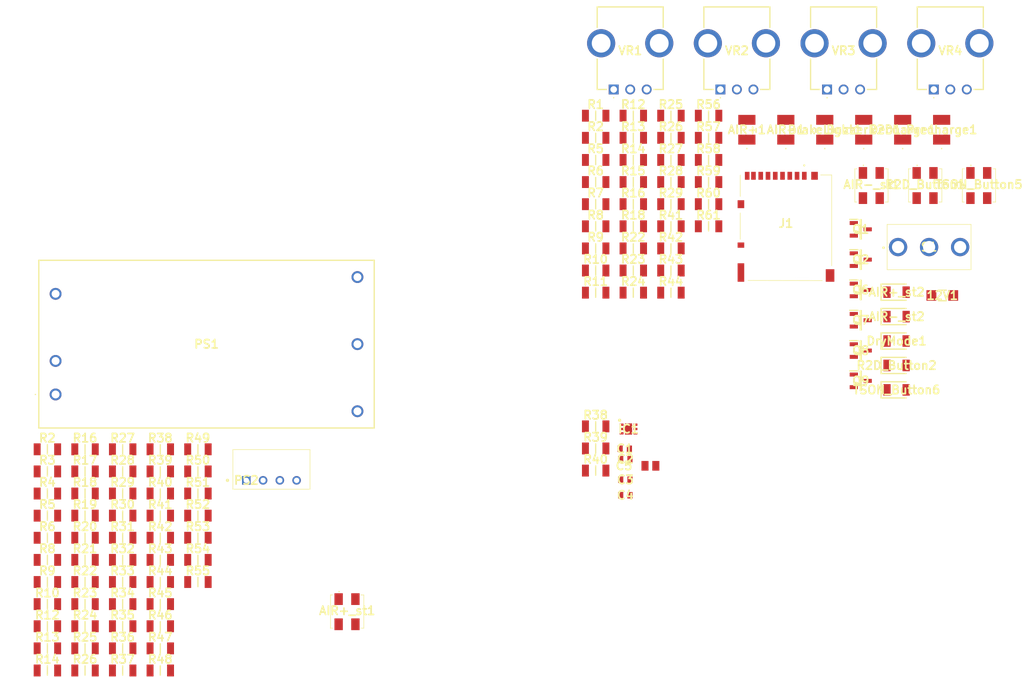
<source format=kicad_pcb>
(kicad_pcb (version 20240108) (generator "pcbnew") (generator_version "8.0")
  (layers (0 "F.Cu" signal) (31 "B.Cu" signal) (34 "B.Paste" user) (35 "F.Paste" user) (36 "B.SilkS" user "B.Silkscreen") (37 "F.SilkS" user "F.Silkscreen") (38 "B.Mask" user) (39 "F.Mask" user) (44 "Edge.Cuts" user))
  (net 0 "")
  (net 2 "5V")
  (net 3 "12V")
  (net 4 "GND")
  (net 5 "3.3V")
  (net 6 "Net-(R1-Pad1)")
  (net 7 "APPS1")
  (net 8 "APPS2")
  (net 9 "Net-(R6-Pad1)")
  (net 10 "FBPS")
  (net 11 "Net-(R10-Pad1)")
  (net 12 "RBPS")
  (net 13 "Net-(R14-Pad1)")
  (net 14 "LV_BATT")
  (net 15 "Net-(12V1-K)")
  (net 16 "AIR+_st")
  (net 17 "AIR-_st")
  (net 18 "Net-(AIRstate-1-Pad2)")
  (net 19 "R2D_Button")
  (net 20 "Net-(R25-Pad2)")
  (net 21 "TSON_Button")
  (net 22 "Net-(R27-Pad2)")
  (net 23 "Net-(Dry/WetSwitch1-B)")
  (net 24 "Dry{slash}WetSwitch_st")
  (net 25 "FRWSS")
  (net 26 "Net-(R31-Pad2)")
  (net 27 "FLWSS")
  (net 28 "Net-(R33-Pad2)")
  (net 29 "RLWSS")
  (net 30 "Net-(R35-Pad2)")
  (net 31 "RRWSS")
  (net 32 "Net-(R37-Pad2)")
  (net 33 "Net-(Precharge1-K)")
  (net 34 "Net-(Q3-D)")
  (net 35 "Precharge_cmd")
  (net 36 "Net-(Q3-G)")
  (net 37 "Net-(BuzzerR2D1-K)")
  (net 38 "Net-(Q1-D)")
  (net 39 "Net-(Decharge1-K)")
  (net 40 "Net-(Q2-D)")
  (net 41 "Net-(Q6-D)")
  (net 42 "Net-(BrakeLight1-K)")
  (net 43 "Decharge_cmd")
  (net 44 "Net-(Q2-G)")
  (net 45 "Net-(Q4-D)")
  (net 46 "Net-(AIR+1-K)")
  (net 47 "AIR+_cmd")
  (net 48 "Net-(Q4-G)")
  (net 49 "Net-(Q5-D)")
  (net 50 "Net-(AIR-1-K)")
  (net 51 "AIR-_cmd")
  (net 52 "Net-(Q5-G)")
  (net 53 "Net-(AIR+1-A)")
  (net 54 "Net-(AIR+_st1-+_1)")
  (net 55 "Net-(AIR+_st1-+_2)")
  (net 56 "Net-(AIR+_st1--_2)")
  (net 57 "Net-(AIR-1-A)")
  (net 58 "Net-(AIR-_st1-+_1)")
  (net 59 "Net-(AIR-_st1-+_2)")
  (net 60 "Net-(AIR-_st1--_2)")
  (net 61 "Net-(BrakeLight1-A)")
  (net 62 "Net-(BuzzerR2D1-A)")
  (net 65 "Net-(Decharge1-A)")
  (net 66 "Net-(DryMode1-K)")
  (net 67 "Net-(DryMode1-A)")
  (net 69 "/Conversion 5V-3.3V/5V")
  (net 71 "/Conversion 5V-3.3V/3.3V")
  (net 75 "SCK_3.3V")
  (net 78 "MOSI_3.3V")
  (net 82 "MISO_3.3V")
  (net 83 "Net-(Precharge1-A)")
  (net 84 "Net-(Q1-G)")
  (net 85 "BuzzerR2D_cmd")
  (net 86 "BrakeLight_cmd")
  (net 87 "Net-(Q8-G)")
  (net 88 "Net-(Q9-G)")
  (net 89 "Net-(VR2-WIPER)")
  (net 90 "Net-(R2D_Button1-+_1)")
  (net 91 "Net-(R2D_Button1--_2)")
  (net 92 "Net-(R2D_Button1-+_2)")
  (net 93 "Net-(VR1-WIPER)")
  (net 94 "Net-(VR3-WIPER)")
  (net 95 "Net-(VR4-WIPER)")
  (net 102 "Net-(TSON_Button5-+_1)")
  (net 103 "Net-(TSON_Button5-+_2)")
  (net 104 "Net-(TSON_Button5--_2)")
  (net 113 "Net-(IC1-NR)")
  (footprint "EPSA_lib:RESC3216X70N" (layer "F.Cu") (at 194.39 96.725)
    (property "Reference" "R40" (at -0.011901 -1.701971 0) (layer "F.SilkS") (effects (font (size 1.27 1.27) (thickness 0.254))))
    (property "Value" "20k" (hide yes))
    (pad "1" smd rect (at -1.55 0) (size 1.05 1.8) (layers "F.Cu" "F.Paste" "F.Mask"))
    (pad "2" smd rect (at 1.55 0) (size 1.05 1.8) (layers "F.Cu" "F.Paste" "F.Mask"))
  )
  (footprint "EPSA_lib:RESC3216X70N" (layer "F.Cu") (at 122.75 120.3)
    (property "Reference" "R35" (at -0.011901 -1.701971 0) (layer "F.SilkS") (effects (font (size 1.27 1.27) (thickness 0.254))))
    (property "Value" "21.5k" (hide yes))
    (pad "1" smd rect (at -1.55 0) (size 1.05 1.8) (layers "F.Cu" "F.Paste" "F.Mask") (net 29 "RLWSS"))
    (pad "2" smd rect (at 1.55 0) (size 1.05 1.8) (layers "F.Cu" "F.Paste" "F.Mask") (net 30 "Net-(R35-Pad2)"))
  )
  (footprint "EPSA_lib:RESC3216X70N" (layer "F.Cu") (at 134.15 113.6)
    (property "Reference" "R55" (at -0.011901 -1.701971 0) (layer "F.SilkS") (effects (font (size 1.27 1.27) (thickness 0.254))))
    (property "Value" "8k2" (hide yes))
    (pad "1" smd rect (at -1.55 0) (size 1.05 1.8) (layers "F.Cu" "F.Paste" "F.Mask") (net 52 "Net-(Q5-G)"))
    (pad "2" smd rect (at 1.55 0) (size 1.05 1.8) (layers "F.Cu" "F.Paste" "F.Mask") (net 4 "GND"))
  )
  (footprint "EPSA_lib:RESC3216X70N" (layer "F.Cu") (at 117.05 113.6)
    (property "Reference" "R22" (at -0.011901 -1.701971 0) (layer "F.SilkS") (effects (font (size 1.27 1.27) (thickness 0.254))))
    (property "Value" "15k" (hide yes))
    (pad "1" smd rect (at -1.55 0) (size 1.05 1.8) (layers "F.Cu" "F.Paste" "F.Mask") (net 4 "GND"))
    (pad "2" smd rect (at 1.55 0) (size 1.05 1.8) (layers "F.Cu" "F.Paste" "F.Mask") (net 17 "AIR-_st"))
  )
  (footprint "EPSA_lib:RESC3216X70N" (layer "F.Cu") (at 111.35 113.6)
    (property "Reference" "R9" (at -0.011901 -1.701971 0) (layer "F.SilkS") (effects (font (size 1.27 1.27) (thickness 0.254))))
    (property "Value" "15k" (hide yes))
    (pad "1" smd rect (at -1.55 0) (size 1.05 1.8) (layers "F.Cu" "F.Paste" "F.Mask") (net 10 "FBPS"))
    (pad "2" smd rect (at 1.55 0) (size 1.05 1.8) (layers "F.Cu" "F.Paste" "F.Mask") (net 4 "GND"))
  )
  (footprint "Footprints:SOT96P237X111-3N" (layer "F.Cu") (at 234.54 69.365)
    (property "Reference" "Q6" (at 0 0 0) (layer "F.SilkS") (effects (font (size 1.27 1.27) (thickness 0.254))))
    (property "Value" "MMBF170" (hide yes))
    (pad "1" smd rect (at -1.05 -0.955 90) (size 0.6 1.25) (layers "F.Cu" "F.Paste" "F.Mask") (net 85 "BuzzerR2D_cmd"))
    (pad "2" smd rect (at -1.05 0.955 90) (size 0.6 1.25) (layers "F.Cu" "F.Paste" "F.Mask") (net 62 "Net-(BuzzerR2D1-A)"))
    (pad "3" smd rect (at 1.05 0 90) (size 0.6 1.25) (layers "F.Cu" "F.Paste" "F.Mask") (net 3 "12V"))
  )
  (footprint "EPSA_lib:RESC3216X70N" (layer "F.Cu") (at 122.75 116.95)
    (property "Reference" "R34" (at -0.011901 -1.701971 0) (layer "F.SilkS") (effects (font (size 1.27 1.27) (thickness 0.254))))
    (property "Value" "15k" (hide yes))
    (pad "1" smd rect (at -1.55 0) (size 1.05 1.8) (layers "F.Cu" "F.Paste" "F.Mask") (net 4 "GND"))
    (pad "2" smd rect (at 1.55 0) (size 1.05 1.8) (layers "F.Cu" "F.Paste" "F.Mask") (net 29 "RLWSS"))
  )
  (footprint "Footprints:SOT96P237X111-3N" (layer "F.Cu") (at 234.54 64.775)
    (property "Reference" "Q2" (at 0 0 0) (layer "F.SilkS") (effects (font (size 1.27 1.27) (thickness 0.254))))
    (property "Value" "MMBF170" (hide yes))
    (pad "1" smd rect (at -1.05 -0.955 90) (size 0.6 1.25) (layers "F.Cu" "F.Paste" "F.Mask") (net 44 "Net-(Q2-G)"))
    (pad "2" smd rect (at -1.05 0.955 90) (size 0.6 1.25) (layers "F.Cu" "F.Paste" "F.Mask") (net 83 "Net-(Precharge1-A)"))
    (pad "3" smd rect (at 1.05 0 90) (size 0.6 1.25) (layers "F.Cu" "F.Paste" "F.Mask") (net 3 "12V"))
  )
  (footprint "EPSA_lib:RESC3216X70N" (layer "F.Cu") (at 122.75 93.5)
    (property "Reference" "R27" (at -0.011901 -1.701971 0) (layer "F.SilkS") (effects (font (size 1.27 1.27) (thickness 0.254))))
    (property "Value" "21.5k" (hide yes))
    (pad "1" smd rect (at -1.55 0) (size 1.05 1.8) (layers "F.Cu" "F.Paste" "F.Mask") (net 21 "TSON_Button"))
    (pad "2" smd rect (at 1.55 0) (size 1.05 1.8) (layers "F.Cu" "F.Paste" "F.Mask") (net 22 "Net-(R27-Pad2)"))
  )
  (footprint "Footprints:PTV09A4015UA503" (layer "F.Cu") (at 245.6 39)
    (property "Reference" "VR4" (at 2.5 -5.875 0) (layer "F.SilkS") (effects (font (size 1.27 1.27) (thickness 0.254))))
    (property "Value" "PTV09A-4015U-A503" (hide yes))
    (pad "1" thru_hole rect (at 0 0) (size 1.5 1.5) (drill 1) (layers "*.Cu" "*.Mask") (net 3 "12V"))
    (pad "2" thru_hole circle (at 2.5 0) (size 1.5 1.5) (drill 1) (layers "*.Cu" "*.Mask") (net 95 "Net-(VR4-WIPER)"))
    (pad "3" thru_hole circle (at 5 0) (size 1.5 1.5) (drill 1) (layers "*.Cu" "*.Mask") (net 4 "GND"))
    (pad "MH1" thru_hole circle (at -1.9 -7) (size 4.26 4.26) (drill 2.84) (layers "*.Cu" "*.Mask"))
    (pad "MH2" thru_hole circle (at 6.9 -7) (size 4.26 4.26) (drill 2.84) (layers "*.Cu" "*.Mask"))
  )
  (footprint "EPSA_lib:RESC3216X70N" (layer "F.Cu") (at 205.79 59.725)
    (property "Reference" "R41" (at -0.011901 -1.701971 0) (layer "F.SilkS") (effects (font (size 1.27 1.27) (thickness 0.254))))
    (property "Value" "8k2" (hide yes))
    (pad "1" smd rect (at -1.55 0) (size 1.05 1.8) (layers "F.Cu" "F.Paste" "F.Mask") (net 51 "AIR-_cmd"))
    (pad "2" smd rect (at 1.55 0) (size 1.05 1.8) (layers "F.Cu" "F.Paste" "F.Mask") (net 88 "Net-(Q9-G)"))
  )
  (footprint "EPSA_lib:RESC3216X70N" (layer "F.Cu") (at 122.75 106.9)
    (property "Reference" "R31" (at -0.011901 -1.701971 0) (layer "F.SilkS") (effects (font (size 1.27 1.27) (thickness 0.254))))
    (property "Value" "21.5k" (hide yes))
    (pad "1" smd rect (at -1.55 0) (size 1.05 1.8) (layers "F.Cu" "F.Paste" "F.Mask") (net 25 "FRWSS"))
    (pad "2" smd rect (at 1.55 0) (size 1.05 1.8) (layers "F.Cu" "F.Paste" "F.Mask") (net 26 "Net-(R31-Pad2)"))
  )
  (footprint "Footprints:LBT64GV2CA59Z484" (layer "F.Cu") (at 217.29 45.1)
    (property "Reference" "AIR+1" (at 0 0 0) (layer "F.SilkS") (effects (font (size 1.27 1.27) (thickness 0.254))))
    (property "Value" "LB_T64G-V2CA-59-Z484" (hide yes))
    (pad "1" smd rect (at 0 1.5 90) (size 1.5 2.6) (layers "F.Cu" "F.Paste" "F.Mask") (net 46 "Net-(AIR+1-K)"))
    (pad "2" smd rect (at 0 -1.5 90) (size 1.5 2.6) (layers "F.Cu" "F.Paste" "F.Mask") (net 53 "Net-(AIR+1-A)"))
  )
  (footprint "EPSA_lib:RESC3216X70N" (layer "F.Cu") (at 205.79 53.025)
    (property "Reference" "R28" (at -0.011901 -1.701971 0) (layer "F.SilkS") (effects (font (size 1.27 1.27) (thickness 0.254))))
    (property "Value" "8k2" (hide yes))
    (pad "1" smd rect (at -1.55 0) (size 1.05 1.8) (layers "F.Cu" "F.Paste" "F.Mask") (net 87 "Net-(Q8-G)"))
    (pad "2" smd rect (at 1.55 0) (size 1.05 1.8) (layers "F.Cu" "F.Paste" "F.Mask") (net 4 "GND"))
  )
  (footprint "EPSA_lib:RESC3216X70N" (layer "F.Cu") (at 211.49 42.975)
    (property "Reference" "R56" (at -0.011901 -1.701971 0) (layer "F.SilkS") (effects (font (size 1.27 1.27) (thickness 0.254))))
    (property "Value" "15k" (hide yes))
    (pad "1" smd rect (at -1.55 0) (size 1.05 1.8) (layers "F.Cu" "F.Paste" "F.Mask") (net 4 "GND"))
    (pad "2" smd rect (at 1.55 0) (size 1.05 1.8) (layers "F.Cu" "F.Paste" "F.Mask") (net 17 "AIR-_st"))
  )
  (footprint "EPSA_lib:CAPC2012X130N" (layer "F.Cu") (at 202.68 96)
    (property "Reference" "C5" (at -4 0 0) (layer "F.SilkS") (effects (font (size 1.27 1.27) (thickness 0.254))))
    (property "Value" "10u" (hide yes))
    (pad "1" smd rect (at -0.82 0) (size 1.07 1.47) (layers "F.Cu" "F.Paste" "F.Mask"))
    (pad "2" smd rect (at 0.82 0) (size 1.07 1.47) (layers "F.Cu" "F.Paste" "F.Mask"))
  )
  (footprint "EPSA_lib:RESC3216X70N" (layer "F.Cu") (at 205.79 63.075)
    (property "Reference" "R42" (at -0.011901 -1.701971 0) (layer "F.SilkS") (effects (font (size 1.27 1.27) (thickness 0.254))))
    (property "Value" "8k2" (hide yes))
    (pad "1" smd rect (at -1.55 0) (size 1.05 1.8) (layers "F.Cu" "F.Paste" "F.Mask") (net 2 "5V"))
    (pad "2" smd rect (at 1.55 0) (size 1.05 1.8) (layers "F.Cu" "F.Paste" "F.Mask") (net 88 "Net-(Q9-G)"))
  )
  (footprint "Footprints:LEDC3216X195N" (layer "F.Cu") (at 239.965 69.7)
    (property "Reference" "AIR+_st2" (at 0 0 0) (layer "F.SilkS") (effects (font (size 1.27 1.27) (thickness 0.254))))
    (property "Value" "VFJD1105W-5C63A-TR" (hide yes))
    (pad "1" smd rect (at -1.45 0) (size 1.1 1.75) (layers "F.Cu" "F.Paste" "F.Mask") (net 55 "Net-(AIR+_st1-+_2)"))
    (pad "2" smd rect (at 1.45 0) (size 1.1 1.75) (layers "F.Cu" "F.Paste" "F.Mask") (net 56 "Net-(AIR+_st1--_2)"))
  )
  (footprint "Footprints:CAPC1608X90N" (layer "F.Cu") (at 198.8 93.425)
    (property "Reference" "C1" (at 0 0 0) (layer "F.SilkS") (effects (font (size 1.27 1.27) (thickness 0.254))))
    (property "Value" "0.1u" (hide yes))
    (pad "1" smd rect (at -0.7 0) (size 0.78 0.99) (layers "F.Cu" "F.Paste" "F.Mask"))
    (pad "2" smd rect (at 0.7 0) (size 0.78 0.99) (layers "F.Cu" "F.Paste" "F.Mask"))
  )
  (footprint "Footprints:HSMCC380" (layer "F.Cu") (at 246.89 70.2)
    (property "Reference" "12V1" (at 0 0 0) (layer "F.SilkS") (effects (font (size 1.27 1.27) (thickness 0.254))))
    (property "Value" "HSMC-C380" (hide yes))
    (pad "1" smd rect (at -1.65 0) (size 1.5 1.6) (layers "F.Cu" "F.Paste" "F.Mask") (net 15 "Net-(12V1-K)"))
    (pad "2" smd rect (at 1.65 0) (size 1.5 1.6) (layers "F.Cu" "F.Paste" "F.Mask") (net 3 "12V"))
  )
  (footprint "EPSA_lib:RESC3216X70N" (layer "F.Cu") (at 128.45 103.55)
    (property "Reference" "R41" (at -0.011901 -1.701971 0) (layer "F.SilkS") (effects (font (size 1.27 1.27) (thickness 0.254))))
    (property "Value" "600" (hide yes))
    (pad "1" smd rect (at -1.55 0) (size 1.05 1.8) (layers "F.Cu" "F.Paste" "F.Mask") (net 37 "Net-(BuzzerR2D1-K)"))
    (pad "2" smd rect (at 1.55 0) (size 1.05 1.8) (layers "F.Cu" "F.Paste" "F.Mask") (net 38 "Net-(Q1-D)"))
  )
  (footprint "EPSA_lib:RESC3216X70N" (layer "F.Cu") (at 194.39 46.325)
    (property "Reference" "R2" (at -0.011901 -1.701971 0) (layer "F.SilkS") (effects (font (size 1.27 1.27) (thickness 0.254))))
    (property "Value" "21.5k" (hide yes))
    (pad "1" smd rect (at -1.55 0) (size 1.05 1.8) (layers "F.Cu" "F.Paste" "F.Mask") (net 8 "APPS2"))
    (pad "2" smd rect (at 1.55 0) (size 1.05 1.8) (layers "F.Cu" "F.Paste" "F.Mask") (net 89 "Net-(VR2-WIPER)"))
  )
  (footprint "EPSA_lib:RESC3216X70N" (layer "F.Cu") (at 194.39 56.375)
    (property "Reference" "R7" (at -0.011901 -1.701971 0) (layer "F.SilkS") (effects (font (size 1.27 1.27) (thickness 0.254))))
    (property "Value" "15k" (hide yes))
    (pad "1" smd rect (at -1.55 0) (size 1.05 1.8) (layers "F.Cu" "F.Paste" "F.Mask") (net 12 "RBPS"))
    (pad "2" smd rect (at 1.55 0) (size 1.05 1.8) (layers "F.Cu" "F.Paste" "F.Mask") (net 4 "GND"))
  )
  (footprint "EPSA_lib:RESC3216X70N" (layer "F.Cu") (at 128.45 120.3)
    (property "Reference" "R46" (at -0.011901 -1.701971 0) (layer "F.SilkS") (effects (font (size 1.27 1.27) (thickness 0.254))))
    (property "Value" "8k2" (hide yes))
    (pad "1" smd rect (at -1.55 0) (size 1.05 1.8) (layers "F.Cu" "F.Paste" "F.Mask") (net 44 "Net-(Q2-G)"))
    (pad "2" smd rect (at 1.55 0) (size 1.05 1.8) (layers "F.Cu" "F.Paste" "F.Mask") (net 2 "5V"))
  )
  (footprint "EPSA_lib:RESC3216X70N" (layer "F.Cu") (at 117.05 96.85)
    (property "Reference" "R17" (at -0.011901 -1.701971 0) (layer "F.SilkS") (effects (font (size 1.27 1.27) (thickness 0.254))))
    (property "Value" "15k" (hide yes))
    (pad "1" smd rect (at -1.55 0) (size 1.05 1.8) (layers "F.Cu" "F.Paste" "F.Mask") (net 14 "LV_BATT"))
    (pad "2" smd rect (at 1.55 0) (size 1.05 1.8) (layers "F.Cu" "F.Paste" "F.Mask") (net 4 "GND"))
  )
  (footprint "EPSA_lib:RESC3216X70N" (layer "F.Cu") (at 134.15 103.55)
    (property "Reference" "R52" (at -0.011901 -1.701971 0) (layer "F.SilkS") (effects (font (size 1.27 1.27) (thickness 0.254))))
    (property "Value" "600" (hide yes))
    (pad "1" smd rect (at -1.55 0) (size 1.05 1.8) (layers "F.Cu" "F.Paste" "F.Mask") (net 50 "Net-(AIR-1-K)"))
    (pad "2" smd rect (at 1.55 0) (size 1.05 1.8) (layers "F.Cu" "F.Paste" "F.Mask") (net 49 "Net-(Q5-D)"))
  )
  (footprint "EPSA_lib:RESC3216X70N" (layer "F.Cu") (at 211.49 56.375)
    (property "Reference" "R60" (at -0.011901 -1.701971 0) (layer "F.SilkS") (effects (font (size 1.27 1.27) (thickness 0.254))))
    (property "Value" "15k" (hide yes))
    (pad "1" smd rect (at -1.55 0) (size 1.05 1.8) (layers "F.Cu" "F.Paste" "F.Mask") (net 4 "GND"))
    (pad "2" smd rect (at 1.55 0) (size 1.05 1.8) (layers "F.Cu" "F.Paste" "F.Mask") (net 19 "R2D_Button"))
  )
  (footprint "EPSA_lib:RESC3216X70N" (layer "F.Cu") (at 211.49 59.725)
    (property "Reference" "R61" (at -0.011901 -1.701971 0) (layer "F.SilkS") (effects (font (size 1.27 1.27) (thickness 0.254))))
    (property "Value" "21.5k" (hide yes))
    (pad "1" smd rect (at -1.55 0) (size 1.05 1.8) (layers "F.Cu" "F.Paste" "F.Mask") (net 19 "R2D_Button"))
    (pad "2" smd rect (at 1.55 0) (size 1.05 1.8) (layers "F.Cu" "F.Paste" "F.Mask") (net 90 "Net-(R2D_Button1-+_1)"))
  )
  (footprint "EPSA_lib:RESC3216X70N" (layer "F.Cu") (at 111.35 96.85)
    (property "Reference" "R3" (at -0.011901 -1.701971 0) (layer "F.SilkS") (effects (font (size 1.27 1.27) (thickness 0.254))))
    (property "Value" "21.5k" (hide yes))
    (pad "1" smd rect (at -1.55 0) (size 1.05 1.8) (layers "F.Cu" "F.Paste" "F.Mask") (net 7 "APPS1"))
    (pad "2" smd rect (at 1.55 0) (size 1.05 1.8) (layers "F.Cu" "F.Paste" "F.Mask") (net 93 "Net-(VR1-WIPER)"))
  )
  (footprint "EPSA_lib:RESC3216X70N" (layer "F.Cu") (at 205.79 66.425)
    (property "Reference" "R43" (at -0.011901 -1.701971 0) (layer "F.SilkS") (effects (font (size 1.27 1.27) (thickness 0.254))))
    (property "Value" "8k2" (hide yes))
    (pad "1" smd rect (at -1.55 0) (size 1.05 1.8) (layers "F.Cu" "F.Paste" "F.Mask") (net 88 "Net-(Q9-G)"))
    (pad "2" smd rect (at 1.55 0) (size 1.05 1.8) (layers "F.Cu" "F.Paste" "F.Mask") (net 4 "GND"))
  )
  (footprint "EPSA_lib:RESC3216X70N" (layer "F.Cu") (at 194.39 42.975)
    (property "Reference" "R1" (at -0.011901 -1.701971 0) (layer "F.SilkS") (effects (font (size 1.27 1.27) (thickness 0.254))))
    (property "Value" "15k" (hide yes))
    (pad "1" smd rect (at -1.55 0) (size 1.05 1.8) (layers "F.Cu" "F.Paste" "F.Mask") (net 8 "APPS2"))
    (pad "2" smd rect (at 1.55 0) (size 1.05 1.8) (layers "F.Cu" "F.Paste" "F.Mask") (net 4 "GND"))
  )
  (footprint "EPSA_lib:RESC3216X70N" (layer "F.Cu") (at 205.79 69.775)
    (property "Reference" "R44" (at -0.011901 -1.701971 0) (layer "F.SilkS") (effects (font (size 1.27 1.27) (thickness 0.254))))
    (property "Value" "3k" (hide yes))
    (pad "1" smd rect (at -1.55 0) (size 1.05 1.8) (layers "F.Cu" "F.Paste" "F.Mask") (net 50 "Net-(AIR-1-K)"))
    (pad "2" smd rect (at 1.55 0) (size 1.05 1.8) (layers "F.Cu" "F.Paste" "F.Mask") (net 4 "GND"))
  )
  (footprint "EPSA_lib:RESC3216X70N" (layer "F.Cu") (at 205.79 56.375)
    (property "Reference" "R29" (at -0.011901 -1.701971 0) (layer "F.SilkS") (effects (font (size 1.27 1.27) (thickness 0.254))))
    (property "Value" "3k" (hide yes))
    (pad "1" smd rect (at -1.55 0) (size 1.05 1.8) (layers "F.Cu" "F.Paste" "F.Mask") (net 46 "Net-(AIR+1-K)"))
    (pad "2" smd rect (at 1.55 0) (size 1.05 1.8) (layers "F.Cu" "F.Paste" "F.Mask") (net 4 "GND"))
  )
  (footprint "EPSA_lib:RESC3216X70N" (layer "F.Cu") (at 205.79 42.975)
    (property "Reference" "R25" (at -0.011901 -1.701971 0) (layer "F.SilkS") (effects (font (size 1.27 1.27) (thickness 0.254))))
    (property "Value" "3k" (hide yes))
    (pad "1" smd rect (at -1.55 0) (size 1.05 1.8) (layers "F.Cu" "F.Paste" "F.Mask") (net 33 "Net-(Precharge1-K)"))
    (pad "2" smd rect (at 1.55 0) (size 1.05 1.8) (layers "F.Cu" "F.Paste" "F.Mask") (net 4 "GND"))
  )
  (footprint "EPSA_lib:RESC3216X70N" (layer "F.Cu") (at 200.09 69.775)
    (property "Reference" "R24" (at -0.011901 -1.701971 0) (layer "F.SilkS") (effects (font (size 1.27 1.27) (thickness 0.254))))
    (property "Value" "8k2" (hide yes))
    (pad "1" smd rect (at -1.55 0) (size 1.05 1.8) (layers "F.Cu" "F.Paste" "F.Mask") (net 44 "Net-(Q2-G)"))
    (pad "2" smd rect (at 1.55 0) (size 1.05 1.8) (layers "F.Cu" "F.Paste" "F.Mask") (net 4 "GND"))
  )
  (footprint "Footprints:LBT64GV2CA59Z484" (layer "F.Cu") (at 229.09 45.1)
    (property "Reference" "BrakeLight1" (at 0 0 0) (layer "F.SilkS") (effects (font (size 1.27 1.27) (thickness 0.254))))
    (property "Value" "LB_T64G-V2CA-59-Z484" (hide yes))
    (pad "1" smd rect (at 0 1.5 90) (size 1.5 2.6) (layers "F.Cu" "F.Paste" "F.Mask") (net 42 "Net-(BrakeLight1-K)"))
    (pad "2" smd rect (at 0 -1.5 90) (size 1.5 2.6) (layers "F.Cu" "F.Paste" "F.Mask") (net 61 "Net-(BrakeLight1-A)"))
  )
  (footprint "EPSA_lib:RESC3216X70N" (layer "F.Cu") (at 128.45 96.85)
    (property "Reference" "R39" (at -0.011901 -1.701971 0) (layer "F.SilkS") (effects (font (size 1.27 1.27) (thickness 0.254))))
    (property "Value" "3k9" (hide yes))
    (pad "1" smd rect (at -1.55 0) (size 1.05 1.8) (layers "F.Cu" "F.Paste" "F.Mask") (net 35 "Precharge_cmd"))
    (pad "2" smd rect (at 1.55 0) (size 1.05 1.8) (layers "F.Cu" "F.Paste" "F.Mask") (net 36 "Net-(Q3-G)"))
  )
  (footprint "Footprints:DM3ATSFPEJM540" (layer "F.Cu") (at 225.99 52.675)
    (property "Reference" "J1" (at -2.775 6.613 0) (layer "F.SilkS") (effects (font (size 1.27 1.27) (thickness 0.254))))
    (property "Value" "DM3AT-SF-PEJM5_40_" (hide yes))
    (pad "1" smd rect (at 0 -0.6) (size 0.7 1.2) (layers "F.Cu" "F.Paste" "F.Mask"))
    (pad "2" smd rect (at -1.1 -0.6) (size 0.7 1.2) (layers "F.Cu" "F.Paste" "F.Mask") (net 5 "3.3V"))
    (pad "3" smd rect (at -2.2 -0.6) (size 0.7 1.2) (layers "F.Cu" "F.Paste" "F.Mask") (net 82 "MISO_3.3V"))
    (pad "4" smd rect (at -3.3 -0.6) (size 0.7 1.2) (layers "F.Cu" "F.Paste" "F.Mask") (net 5 "3.3V"))
    (pad "5" smd rect (at -4.4 -0.6) (size 0.7 1.2) (layers "F.Cu" "F.Paste" "F.Mask") (net 75 "SCK_3.3V"))
    (pad "6" smd rect (at -5.5 -0.6) (size 0.7 1.2) (layers "F.Cu" "F.Paste" "F.Mask") (net 4 "GND"))
    (pad "7" smd rect (at -6.6 -0.6) (size 0.7 1.2) (layers "F.Cu" "F.Paste" "F.Mask") (net 78 "MOSI_3.3V"))
    (pad "8" smd rect (at -7.7 -0.6) (size 0.7 1.2) (layers "F.Cu" "F.Paste" "F.Mask"))
    (pad "CD1" smd rect (at -8.65 -0.6) (size 0.7 1.2) (layers "F.Cu" "F.Paste" "F.Mask"))
    (pad "MP1" smd rect (at 1.55 -0.6) (size 1 1.2) (layers "F.Cu" "F.Paste" "F.Mask"))
    (pad "MP2" smd rect (at -9.6 3.7) (size 1 1.2) (layers "F.Cu" "F.Paste" "F.Mask"))
    (pad "MP3" smd rect (at -9.6 9.9 90) (size 0.8 1) (layers "F.Cu" "F.Paste" "F.Mask"))
    (pad "MP4" smd rect (at -9.6 14.05) (size 1 2.8) (layers "F.Cu" "F.Paste" "F.Mask"))
    (pad "MP5" smd rect (at 3.9 14.5) (size 1.3 1.9) (layers "F.Cu" "F.Paste" "F.Mask"))
  )
  (footprint "EPSA_lib:RESC3216X70N" (layer "F.Cu") (at 194.39 66.425)
    (property "Reference" "R10" (at -0.011901 -1.701971 0) (layer "F.SilkS") (effects (font (size 1.27 1.27) (thickness 0.254))))
    (property "Value" "3k" (hide yes))
    (pad "1" smd rect (at -1.55 0) (size 1.05 1.8) (layers "F.Cu" "F.Paste" "F.Mask") (net 42 "Net-(BrakeLight1-K)"))
    (pad "2" smd rect (at 1.55 0) (size 1.05 1.8) (layers "F.Cu" "F.Paste" "F.Mask") (net 4 "GND"))
  )
  (footprint "Footprints:LEDC3216X195N" (layer "F.Cu") (at 239.965 84.5)
    (property "Reference" "TSON_Button6" (at 0 0 0) (layer "F.SilkS") (effects (font (size 1.27 1.27) (thickness 0.254))))
    (property "Value" "VFJD1105W-5C63A-TR" (hide yes))
    (pad "1" smd rect (at -1.45 0) (size 1.1 1.75) (layers "F.Cu" "F.Paste" "F.Mask") (net 103 "Net-(TSON_Button5-+_2)"))
    (pad "2" smd rect (at 1.45 0) (size 1.1 1.75) (layers "F.Cu" "F.Paste" "F.Mask") (net 104 "Net-(TSON_Button5--_2)"))
  )
  (footprint "EPSA_lib:RESC3216X70N" (layer "F.Cu") (at 122.75 113.6)
    (property "Reference" "R33" (at -0.011901 -1.701971 0) (layer "F.SilkS") (effects (font (size 1.27 1.27) (thickness 0.254))))
    (property "Value" "21.5k" (hide yes))
    (pad "1" smd rect (at -1.55 0) (size 1.05 1.8) (layers "F.Cu" "F.Paste" "F.Mask") (net 27 "FLWSS"))
    (pad "2" smd rect (at 1.55 0) (size 1.05 1.8) (layers "F.Cu" "F.Paste" "F.Mask") (net 28 "Net-(R33-Pad2)"))
  )
  (footprint "EPSA_lib:RESC3216X70N" (layer "F.Cu") (at 117.05 106.9)
    (property "Reference" "R20" (at -0.011901 -1.701971 0) (layer "F.SilkS") (effects (font (size 1.27 1.27) (thickness 0.254))))
    (property "Value" "21.5k" (hide yes))
    (pad "1" smd rect (at -1.55 0) (size 1.05 1.8) (layers "F.Cu" "F.Paste" "F.Mask") (net 14 "LV_BATT"))
    (pad "2" smd rect (at 1.55 0) (size 1.05 1.8) (layers "F.Cu" "F.Paste" "F.Mask") (net 3 "12V"))
  )
  (footprint "EPSA_lib:RESC3216X70N" (layer "F.Cu") (at 134.15 106.9)
    (property "Reference" "R53" (at -0.011901 -1.701971 0) (layer "F.SilkS") (effects (font (size 1.27 1.27) (thickness 0.254))))
    (property "Value" "3k9" (hide yes))
    (pad "1" smd rect (at -1.55 0) (size 1.05 1.8) (layers "F.Cu" "F.Paste" "F.Mask") (net 51 "AIR-_cmd"))
    (pad "2" smd rect (at 1.55 0) (size 1.05 1.8) (layers "F.Cu" "F.Paste" "F.Mask") (net 52 "Net-(Q5-G)"))
  )
  (footprint "Footprints:LBT64GV2CA59Z484" (layer "F.Cu") (at 223.19 45.1)
    (property "Reference" "AIR-1" (at 0 0 0) (layer "F.SilkS") (effects (font (size 1.27 1.27) (thickness 0.254))))
    (property "Value" "LB_T64G-V2CA-59-Z484" (hide yes))
    (pad "1" smd rect (at 0 1.5 90) (size 1.5 2.6) (layers "F.Cu" "F.Paste" "F.Mask") (net 50 "Net-(AIR-1-K)"))
    (pad "2" smd rect (at 0 -1.5 90) (size 1.5 2.6) (layers "F.Cu" "F.Paste" "F.Mask") (net 57 "Net-(AIR-1-A)"))
  )
  (footprint "Footprints:7914J1000E" (layer "F.Cu") (at 252.44 53.25)
    (property "Reference" "TSON_Button5" (at 0 0.147 0) (layer "F.SilkS") (effects (font (size 1.27 1.27) (thickness 0.254))))
    (property "Value" "7914J-1-000E" (hide yes))
    (pad "1" smd rect (at -1.29 -1.605 90) (size 1.78 1.27) (layers "F.Cu" "F.Paste" "F.Mask") (net 3 "12V"))
    (pad "2" smd rect (at -1.29 2.205 90) (size 1.78 1.27) (layers "F.Cu" "F.Paste" "F.Mask") (net 104 "Net-(TSON_Button5--_2)"))
    (pad "3" smd rect (at 1.25 -1.605 90) (size 1.78 1.27) (layers "F.Cu" "F.Paste" "F.Mask") (net 102 "Net-(TSON_Button5-+_1)"))
    (pad "4" smd rect (at 1.25 2.205 90) (size 1.78 1.27) (layers "F.Cu" "F.Paste" "F.Mask") (net 103 "Net-(TSON_Button5-+_2)"))
  )
  (footprint "EPSA_lib:RESC3216X70N" (layer "F.Cu") (at 200.09 49.675)
    (property "Reference" "R14" (at -0.011901 -1.701971 0) (layer "F.SilkS") (effects (font (size 1.27 1.27) (thickness 0.254))))
    (property "Value" "8k2" (hide yes))
    (pad "1" smd rect (at -1.55 0) (size 1.05 1.8) (layers "F.Cu" "F.Paste" "F.Mask") (net 2 "5V"))
    (pad "2" smd rect (at 1.55 0) (size 1.05 1.8) (layers "F.Cu" "F.Paste" "F.Mask") (net 84 "Net-(Q1-G)"))
  )
  (footprint "Footprints:CAPC1608X90N" (layer "F.Cu") (at 198.885 98.11)
    (property "Reference" "C3" (at 0 0 0) (layer "F.SilkS") (effects (font (size 1.27 1.27) (thickness 0.254))))
    (property "Value" "10n" (hide yes))
    (pad "1" smd rect (at -0.7 0) (size 0.78 0.99) (layers "F.Cu" "F.Paste" "F.Mask") (net 113 "Net-(IC1-NR)"))
    (pad "2" smd rect (at 0.7 0) (size 0.78 0.99) (layers "F.Cu" "F.Paste" "F.Mask") (net 4 "GND"))
  )
  (footprint "Footprints:SOT96P237X111-3N" (layer "F.Cu") (at 234.54 83.135)
    (property "Reference" "Q9" (at 0 0 0) (layer "F.SilkS") (effects (font (size 1.27 1.27) (thickness 0.254))))
    (property "Value" "MMBF170" (hide yes))
    (pad "1" smd rect (at -1.05 -0.955 90) (size 0.6 1.25) (layers "F.Cu" "F.Paste" "F.Mask") (net 88 "Net-(Q9-G)"))
    (pad "2" smd rect (at -1.05 0.955 90) (size 0.6 1.25) (layers "F.Cu" "F.Paste" "F.Mask") (net 57 "Net-(AIR-1-A)"))
    (pad "3" smd rect (at 1.05 0 90) (size 0.6 1.25) (layers "F.Cu" "F.Paste" "F.Mask") (net 3 "12V"))
  )
  (footprint "EPSA_lib:RESC3216X70N" (layer "F.Cu") (at 200.09 66.425)
    (property "Reference" "R23" (at -0.011901 -1.701971 0) (layer "F.SilkS") (effects (font (size 1.27 1.27) (thickness 0.254))))
    (property "Value" "15k" (hide yes))
    (pad "1" smd rect (at -1.55 0) (size 1.05 1.8) (layers "F.Cu" "F.Paste" "F.Mask") (net 4 "GND"))
    (pad "2" smd rect (at 1.55 0) (size 1.05 1.8) (layers "F.Cu" "F.Paste" "F.Mask") (net 24 "Dry{slash}WetSwitch_st"))
  )
  (footprint "EPSA_lib:RESC3216X70N" (layer "F.Cu") (at 128.45 110.25)
    (property "Reference" "R43" (at -0.011901 -1.701971 0) (layer "F.SilkS") (effects (font (size 1.27 1.27) (thickness 0.254))))
    (property "Value" "600" (hide yes))
    (pad "1" smd rect (at -1.55 0) (size 1.05 1.8) (layers "F.Cu" "F.Paste" "F.Mask") (net 42 "Net-(BrakeLight1-K)"))
    (pad "2" smd rect (at 1.55 0) (size 1.05 1.8) (layers "F.Cu" "F.Paste" "F.Mask") (net 41 "Net-(Q6-D)"))
  )
  (footprint "EPSA_lib:RESC3216X70N" (layer "F.Cu") (at 211.49 46.325)
    (property "Reference" "R57" (at -0.011901 -1.701971 0) (layer "F.SilkS") (effects (font (size 1.27 1.27) (thickness 0.254))))
    (property "Value" "21.5k" (hide yes))
    (pad "1" smd rect (at -1.55 0) (size 1.05 1.8) (layers "F.Cu" "F.Paste" "F.Mask") (net 17 "AIR-_st"))
    (pad "2" smd rect (at 1.55 0) (size 1.05 1.8) (layers "F.Cu" "F.Paste" "F.Mask") (net 58 "Net-(AIR-_st1-+_1)"))
  )
  (footprint "EPSA_lib:RESC3216X70N" (layer "F.Cu") (at 117.05 127)
    (property "Reference" "R26" (at -0.011901 -1.701971 0) (layer "F.SilkS") (effects (font (size 1.27 1.27) (thickness 0.254))))
    (property "Value" "15k" (hide yes))
    (pad "1" smd rect (at -1.55 0) (size 1.05 1.8) (layers "F.Cu" "F.Paste" "F.Mask") (net 4 "GND"))
    (pad "2" smd rect (at 1.55 0) (size 1.05 1.8) (layers "F.Cu" "F.Paste" "F.Mask") (net 21 "TSON_Button"))
  )
  (footprint "EPSA_lib:RESC3216X70N" (layer "F.Cu") (at 205.79 46.325)
    (property "Reference" "R26" (at -0.011901 -1.701971 0) (layer "F.SilkS") (effects (font (size 1.27 1.27) (thickness 0.254))))
    (property "Value" "8k2" (hide yes))
    (pad "1" smd rect (at -1.55 0) (size 1.05 1.8) (layers "F.Cu" "F.Paste" "F.Mask") (net 47 "AIR+_cmd"))
    (pad "2" smd rect (at 1.55 0) (size 1.05 1.8) (layers "F.Cu" "F.Paste" "F.Mask") (net 87 "Net-(Q8-G)"))
  )
  (footprint "EPSA_lib:RESC3216X70N" (layer "F.Cu") (at 211.49 49.675)
    (property "Reference" "R58" (at -0.011901 -1.701971 0) (layer "F.SilkS") (effects (font (size 1.27 1.27) (thickness 0.254))))
    (property "Value" "15k" (hide yes))
    (pad "1" smd rect (at -1.55 0) (size 1.05 1.8) (layers "F.Cu" "F.Paste" "F.Mask") (net 4 "GND"))
    (pad "2" smd rect (at 1.55 0) (size 1.05 1.8) (layers "F.Cu" "F.Paste" "F.Mask") (net 21 "TSON_Button"))
  )
  (footprint "EPSA_lib:RESC3216X70N" (layer "F.Cu") (at 211.49 53.025)
    (property "Reference" "R59" (at -0.011901 -1.701971 0) (layer "F.SilkS") (effects (font (size 1.27 1.27) (thickness 0.254))))
    (property "Value" "21.5k" (hide yes))
    (pad "1" smd rect (at -1.55 0) (size 1.05 1.8) (layers "F.Cu" "F.Paste" "F.Mask") (net 21 "TSON_Button"))
    (pad "2" smd rect (at 1.55 0) (size 1.05 1.8) (layers "F.Cu" "F.Paste" "F.Mask") (net 102 "Net-(TSON_Button5-+_1)"))
  )
  (footprint "EPSA_lib:RESC3216X70N" (layer "F.Cu") (at 117.05 100.2)
    (property "Reference" "R18" (at -0.011901 -1.701971 0) (layer "F.SilkS") (effects (font (size 1.27 1.27) (thickness 0.254))))
    (property "Value" "3k" (hide yes))
    (pad "1" smd rect (at -1.55 0) (size 1.05 1.8) (layers "F.Cu" "F.Paste" "F.Mask") (net 3 "12V"))
    (pad "2" smd rect (at 1.55 0) (size 1.05 1.8) (layers "F.Cu" "F.Paste" "F.Mask") (net 4 "GND"))
  )
  (footprint "EPSA_lib:RESC3216X70N" (layer "F.Cu") (at 134.15 110.25)
    (property "Reference" "R54" (at -0.011901 -1.701971 0) (layer "F.SilkS") (effects (font (size 1.27 1.27) (thickness 0.254))))
    (property "Value" "8k2" (hide yes))
    (pad "1" smd rect (at -1.55 0) (size 1.05 1.8) (layers "F.Cu" "F.Paste" "F.Mask") (net 52 "Net-(Q5-G)"))
    (pad "2" smd rect (at 1.55 0) (size 1.05 1.8) (layers "F.Cu" "F.Paste" "F.Mask") (net 2 "5V"))
  )
  (footprint "EPSA_lib:RESC3216X70N" (layer "F.Cu") (at 134.15 96.85)
    (property "Reference" "R50" (at -0.011901 -1.701971 0) (layer "F.SilkS") (effects (font (size 1.27 1.27) (thickness 0.254))))
    (property "Value" "8k2" (hide yes))
    (pad "1" smd rect (at -1.55 0) (size 1.05 1.8) (layers "F.Cu" "F.Paste" "F.Mask") (net 48 "Net-(Q4-G)"))
    (pad "2" smd rect (at 1.55 0) (size 1.05 1.8) (layers "F.Cu" "F.Paste" "F.Mask") (net 2 "5V"))
  )
  (footprint "Footprints:SOT96P237X111-3N" (layer "F.Cu") (at 234.54 60.185)
    (property "Reference" "Q1" (at 0 0 0) (layer "F.SilkS") (effects (font (size 1.27 1.27) (thickness 0.254))))
    (property "Value" "MMBF170" (hide yes))
    (pad "1" smd rect (at -1.05 -0.955 90) (size 0.6 1.25) (layers "F.Cu" "F.Paste" "F.Mask") (net 84 "Net-(Q1-G)"))
    (pad "2" smd rect (at -1.05 0.955 90) (size 0.6 1.25) (layers "F.Cu" "F.Paste" "F.Mask") (net 65 "Net-(Decharge1-A)"))
    (pad "3" smd rect (at 1.05 0 90) (size 0.6 1.25) (layers "F.Cu" "F.Paste" "F.Mask") (net 3 "12V"))
  )
  (footprint "Footprints:LBT64GV2CA59Z484" (layer "F.Cu") (at 246.79 45.1)
    (property "Reference" "Precharge1" (at 0 0 0) (layer "F.SilkS") (effects (font (size 1.27 1.27) (thickness 0.254))))
    (property "Value" "LB_T64G-V2CA-59-Z484" (hide yes))
    (pad "1" smd rect (at 0 1.5 90) (size 1.5 2.6) (layers "F.Cu" "F.Paste" "F.Mask") (net 33 "Net-(Precharge1-K)"))
    (pad "2" smd rect (at 0 -1.5 90) (size 1.5 2.6) (layers "F.Cu" "F.Paste" "F.Mask") (net 83 "Net-(Precharge1-A)"))
  )
  (footprint "EPSA_lib:RESC3216X70N" (layer "F.Cu") (at 128.45 100.2)
    (property "Reference" "R40" (at -0.011901 -1.701971 0) (layer "F.SilkS") (effects (font (size 1.27 1.27) (thickness 0.254))))
    (property "Value" "8k2" (hide yes))
    (pad "1" smd rect (at -1.55 0) (size 1.05 1.8) (layers "F.Cu" "F.Paste" "F.Mask") (net 36 "Net-(Q3-G)"))
    (pad "2" smd rect (at 1.55 0) (size 1.05 1.8) (layers "F.Cu" "F.Paste" "F.Mask") (net 2 "5V"))
  )
  (footprint "EPSA_lib:RESC3216X70N" (layer "F.Cu") (at 200.09 46.325)
    (property "Reference" "R13" (at -0.011901 -1.701971 0) (layer "F.SilkS") (effects (font (size 1.27 1.27) (thickness 0.254))))
    (property "Value" "8k2" (hide yes))
    (pad "1" smd rect (at -1.55 0) (size 1.05 1.8) (layers "F.Cu" "F.Paste" "F.Mask") (net 84 "Net-(Q1-G)"))
    (pad "2" smd rect (at 1.55 0) (size 1.05 1.8) (layers "F.Cu" "F.Paste" "F.Mask") (net 4 "GND"))
  )
  (footprint "EPSA_lib:RESC3216X70N" (layer "F.Cu") (at 122.75 110.25)
    (property "Reference" "R32" (at -0.011901 -1.701971 0) (layer "F.SilkS") (effects (font (size 1.27 1.27) (thickness 0.254))))
    (property "Value" "15k" (hide yes))
    (pad "1" smd rect (at -1.55 0) (size 1.05 1.8) (layers "F.Cu" "F.Paste" "F.Mask") (net 4 "GND"))
    (pad "2" smd rect (at 1.55 0) (size 1.05 1.8) (layers "F.Cu" "F.Paste" "F.Mask") (net 27 "FLWSS"))
  )
  (footprint "Footprints:SOT96P237X111-3N" (layer "F.Cu") (at 234.54 78.545)
    (property "Reference" "Q8" (at 0 0 0) (layer "F.SilkS") (effects (font (size 1.27 1.27) (thickness 0.254))))
    (property "Value" "MMBF170" (hide yes))
    (pad "1" smd rect (at -1.05 -0.955 90) (size 0.6 1.25) (layers "F.Cu" "F.Paste" "F.Mask") (net 87 "Net-(Q8-G)"))
    (pad "2" smd rect (at -1.05 0.955 90) (size 0.6 1.25) (layers "F.Cu" "F.Paste" "F.Mask") (net 53 "Net-(AIR+1-A)"))
    (pad "3" smd rect (at 1.05 0 90) (size 0.6 1.25) (layers "F.Cu" "F.Paste" "F.Mask") (net 3 "12V"))
  )
  (footprint "EPSA_lib:RESC3216X70N" (layer "F.Cu") (at 205.79 49.675)
    (property "Reference" "R27" (at -0.011901 -1.701971 0) (layer "F.SilkS") (effects (font (size 1.27 1.27) (thickness 0.254))))
    (property "Value" "8k2" (hide yes))
    (pad "1" smd rect (at -1.55 0) (size 1.05 1.8) (layers "F.Cu" "F.Paste" "F.Mask") (net 2 "5V"))
    (pad "2" smd rect (at 1.55 0) (size 1.05 1.8) (layers "F.Cu" "F.Paste" "F.Mask") (net 87 "Net-(Q8-G)"))
  )
  (footprint "Footprints:SOT96P237X111-3N" (layer "F.Cu") (at 234.54 73.955)
    (property "Reference" "Q7" (at 0 0 0) (layer "F.SilkS") (effects (font (size 1.27 1.27) (thickness 0.254))))
    (property "Value" "MMBF170" (hide yes))
    (pad "1" smd rect (at -1.05 -0.955 90) (size 0.6 1.25) (layers "F.Cu" "F.Paste" "F.Mask") (net 86 "BrakeLight_cmd"))
    (pad "2" smd rect (at -1.05 0.955 90) (size 0.6 1.25) (layers "F.Cu" "F.Paste" "F.Mask") (net 61 "Net-(BrakeLight1-A)"))
    (pad "3" smd rect (at 1.05 0 90) (size 0.6 1.25) (layers "F.Cu" "F.Paste" "F.Mask") (net 3 "12V"))
  )
  (footprint "EPSA_lib:RESC3216X70N" (layer "F.Cu") (at 200.09 63.075)
    (property "Reference" "R22" (at -0.011901 -1.701971 0) (layer "F.SilkS") (effects (font (size 1.27 1.27) (thickness 0.254))))
    (property "Value" "21.5k" (hide yes))
    (pad "1" smd rect (at -1.55 0) (size 1.05 1.8) (layers "F.Cu" "F.Paste" "F.Mask") (net 66 "Net-(DryMode1-K)"))
    (pad "2" smd rect (at 1.55 0) (size 1.05 1.8) (layers "F.Cu" "F.Paste" "F.Mask") (net 24 "Dry{slash}WetSwitch_st"))
  )
  (footprint "EPSA_lib:RESC3216X70N" (layer "F.Cu") (at 200.09 42.975)
    (property "Reference" "R12" (at -0.011901 -1.701971 0) (layer "F.SilkS") (effects (font (size 1.27 1.27) (thickness 0.254))))
    (property "Value" "3k" (hide yes))
    (pad "1" smd rect (at -1.55 0) (size 1.05 1.8) (layers "F.Cu" "F.Paste" "F.Mask") (net 39 "Net-(Decharge1-K)"))
    (pad "2" smd rect (at 1.55 0) (size 1.05 1.8) (layers "F.Cu" "F.Paste" "F.Mask") (net 4 "GND"))
  )
  (footprint "Footprints:CAPC1608X90N" (layer "F.Cu") (at 198.885 95)
    (property "Reference" "C2" (at 0 0 0) (layer "F.SilkS") (effects (font (size 1.27 1.27) (thickness 0.254))))
    (property "Value" "22u" (hide yes))
    (pad "1" smd rect (at -0.7 0) (size 0.78 0.99) (layers "F.Cu" "F.Paste" "F.Mask") (net 71 "/Conversion 5V-3.3V/3.3V"))
    (pad "2" smd rect (at 0.7 0) (size 0.78 0.99) (layers "F.Cu" "F.Paste" "F.Mask") (net 4 "GND"))
  )
  (footprint "EPSA_lib:RESC3216X70N" (layer "F.Cu") (at 117.05 93.5)
    (property "Reference" "R16" (at -0.011901 -1.701971 0) (layer "F.SilkS") (effects (font (size 1.27 1.27) (thickness 0.254))))
    (property "Value" "21.5k" (hide yes))
    (pad "1" smd rect (at -1.55 0) (size 1.05 1.8) (layers "F.Cu" "F.Paste" "F.Mask") (net 12 "RBPS"))
    (pad "2" smd rect (at 1.55 0) (size 1.05 1.8) (layers "F.Cu" "F.Paste" "F.Mask") (net 13 "Net-(R14-Pad1)"))
  )
  (footprint "EPSA_lib:RESC3216X70N" (layer "F.Cu") (at 194.39 90.025)
    (property "Reference" "R38" (at -0.011901 -1.701971 0) (layer "F.SilkS") (effects (font (size 1.27 1.27) (thickness 0.254))))
    (property "Value" "20k" (hide yes))
    (pad "1" smd rect (at -1.55 0) (size 1.05 1.8) (layers "F.Cu" "F.Paste" "F.Mask"))
    (pad "2" smd rect (at 1.55 0) (size 1.05 1.8) (layers "F.Cu" "F.Paste" "F.Mask"))
  )
  (footprint "Footprints:PTV09A4015UA503" (layer "F.Cu") (at 197.12 39)
    (property "Reference" "VR1" (at 2.5 -5.875 0) (layer "F.SilkS") (effects (font (size 1.27 1.27) (thickness 0.254))))
    (property "Value" "PTV09A-4015U-A503" (hide yes))
    (pad "1" thru_hole rect (at 0 0) (size 1.5 1.5) (drill 1) (layers "*.Cu" "*.Mask") (net 3 "12V"))
    (pad "2" thru_hole circle (at 2.5 0) (size 1.5 1.5) (drill 1) (layers "*.Cu" "*.Mask") (net 93 "Net-(VR1-WIPER)"))
    (pad "3" thru_hole circle (at 5 0) (size 1.5 1.5) (drill 1) (layers "*.Cu" "*.Mask") (net 4 "GND"))
    (pad "MH1" thru_hole circle (at -1.9 -7) (size 4.26 4.26) (drill 2.84) (layers "*.Cu" "*.Mask"))
    (pad "MH2" thru_hole circle (at 6.9 -7) (size 4.26 4.26) (drill 2.84) (layers "*.Cu" "*.Mask"))
  )
  (footprint "EPSA_lib:RESC3216X70N" (layer "F.Cu") (at 111.35 100.2)
    (property "Reference" "R4" (at -0.011901 -1.701971 0) (layer "F.SilkS") (effects (font (size 1.27 1.27) (thickness 0.254))))
    (property "Value" "15k" (hide yes))
    (pad "1" smd rect (at -1.55 0) (size 1.05 1.8) (layers "F.Cu" "F.Paste" "F.Mask") (net 7 "APPS1"))
    (pad "2" smd rect (at 1.55 0) (size 1.05 1.8) (layers "F.Cu" "F.Paste" "F.Mask") (net 4 "GND"))
  )
  (footprint "Footprints:7914J1000E" (layer "F.Cu") (at 236.16 53.25)
    (property "Reference" "AIR-_st1" (at 0 0.147 0) (layer "F.SilkS") (effects (font (size 1.27 1.27) (thickness 0.254))))
    (property "Value" "7914J-1-000E" (hide yes))
    (pad "1" smd rect (at -1.29 -1.605 90) (size 1.78 1.27) (layers "F.Cu" "F.Paste" "F.Mask") (net 3 "12V"))
    (pad "2" smd rect (at -1.29 2.205 90) (size 1.78 1.27) (layers "F.Cu" "F.Paste" "F.Mask") (net 60 "Net-(AIR-_st1--_2)"))
    (pad "3" smd rect (at 1.25 -1.605 90) (size 1.78 1.27) (layers "F.Cu" "F.Paste" "F.Mask") (net 58 "Net-(AIR-_st1-+_1)"))
    (pad "4" smd rect (at 1.25 2.205 90) (size 1.78 1.27) (layers "F.Cu" "F.Paste" "F.Mask") (net 59 "Net-(AIR-_st1-+_2)"))
  )
  (footprint "EPSA_lib:RESC3216X70N" (layer "F.Cu") (at 122.75 96.85)
    (property "Reference" "R28" (at -0.011901 -1.701971 0) (layer "F.SilkS") (effects (font (size 1.27 1.27) (thickness 0.254))))
    (property "Value" "21.5k" (hide yes))
    (pad "1" smd rect (at -1.55 0) (size 1.05 1.8) (layers "F.Cu" "F.Paste" "F.Mask") (net 24 "Dry{slash}WetSwitch_st"))
    (pad "2" smd rect (at 1.55 0) (size 1.05 1.8) (layers "F.Cu" "F.Paste" "F.Mask") (net 23 "Net-(Dry/WetSwitch1-B)"))
  )
  (footprint "Footprints:7914J1000E" (layer "F.Cu") (at 244.3 53.25)
    (property "Reference" "R2D_Button1" (at 0 0.147 0) (layer "F.SilkS") (effects (font (size 1.27 1.27) (thickness 0.254))))
    (property "Value" "7914J-1-000E" (hide yes))
    (pad "1" smd rect (at -1.29 -1.605 90) (size 1.78 1.27) (layers "F.Cu" "F.Paste" "F.Mask") (net 3 "12V"))
    (pad "2" smd rect (at -1.29 2.205 90) (size 1.78 1.27) (layers "F.Cu" "F.Paste" "F.Mask") (net 91 "Net-(R2D_Button1--_2)"))
    (pad "3" smd rect (at 1.25 -1.605 90) (size 1.78 1.27) (layers "F.Cu" "F.Paste" "F.Mask") (net 90 "Net-(R2D_Button1-+_1)"))
    (pad "4" smd rect (at 1.25 2.205 90) (size 1.78 1.27) (layers "F.Cu" "F.Paste" "F.Mask") (net 92 "Net-(R2D_Button1-+_2)"))
  )
  (footprint "EPSA_lib:RESC3216X70N" (layer "F.Cu") (at 111.35 103.55)
    (property "Reference" "R5" (at -0.011901 -1.701971 0) (layer "F.SilkS") (effects (font (size 1.27 1.27) (thickness 0.254))))
    (property "Value" "15k" (hide yes))
    (pad "1" smd rect (at -1.55 0) (size 1.05 1.8) (layers "F.Cu" "F.Paste" "F.Mask") (net 8 "APPS2"))
    (pad "2" smd rect (at 1.55 0) (size 1.05 1.8) (layers "F.Cu" "F.Paste" "F.Mask") (net 4 "GND"))
  )
  (footprint "EPSA_lib:RESC3216X70N" (layer "F.Cu") (at 134.15 93.5)
    (property "Reference" "R49" (at -0.011901 -1.701971 0) (layer "F.SilkS") (effects (font (size 1.27 1.27) (thickness 0.254))))
    (property "Value" "3k9" (hide yes))
    (pad "1" smd rect (at -1.55 0) (size 1.05 1.8) (layers "F.Cu" "F.Paste" "F.Mask") (net 47 "AIR+_cmd"))
    (pad "2" smd rect (at 1.55 0) (size 1.05 1.8) (layers "F.Cu" "F.Paste" "F.Mask") (net 48 "Net-(Q4-G)"))
  )
  (footprint "EPSA_lib:RESC3216X70N" (layer "F.Cu") (at 122.75 103.55)
    (property "Reference" "R30" (at -0.011901 -1.701971 0) (layer "F.SilkS") (effects (font (size 1.27 1.27) (thickness 0.254))))
    (property "Value" "15k" (hide yes))
    (pad "1" smd rect (at -1.55 0) (size 1.05 1.8) (layers "F.Cu" "F.Paste" "F.Mask") (net 4 "GND"))
    (pad "2" smd rect (at 1.55 0) (size 1.05 1.8) (layers "F.Cu" "F.Paste" "F.Mask") (net 25 "FRWSS"))
  )
  (footprint "Footprints:LBT64GV2CA59Z484" (layer "F.Cu") (at 240.89 45.1)
    (property "Reference" "Decharge1" (at 0 0 0) (layer "F.SilkS") (effects (font (size 1.27 1.27) (thickness 0.254))))
    (property "Value" "LB_T64G-V2CA-59-Z484" (hide yes))
    (pad "1" smd rect (at 0 1.5 90) (size 1.5 2.6) (layers "F.Cu" "F.Paste" "F.Mask") (net 39 "Net-(Decharge1-K)"))
    (pad "2" smd rect (at 0 -1.5 90) (size 1.5 2.6) (layers "F.Cu" "F.Paste" "F.Mask") (net 65 "Net-(Decharge1-A)"))
  )
  (footprint "EPSA_lib:RESC3216X70N" (layer "F.Cu") (at 111.35 93.5)
    (property "Reference" "R2" (at -0.011901 -1.701971 0) (layer "F.SilkS") (effects (font (size 1.27 1.27) (thickness 0.254))))
    (property "Value" "3k" (hide yes))
    (pad "1" smd rect (at -1.55 0) (size 1.05 1.8) (layers "F.Cu" "F.Paste" "F.Mask") (net 6 "Net-(R1-Pad1)"))
    (pad "2" smd rect (at 1.55 0) (size 1.05 1.8) (layers "F.Cu" "F.Paste" "F.Mask") (net 4 "GND"))
  )
  (footprint "EPSA_lib:RESC3216X70N" (layer "F.Cu") (at 200.09 56.375)
    (property "Reference" "R16" (at -0.011901 -1.701971 0) (layer "F.SilkS") (effects (font (size 1.27 1.27) (thickness 0.254))))
    (property "Value" "8k2" (hide yes))
    (pad "1" smd rect (at -1.55 0) (size 1.05 1.8) (layers "F.Cu" "F.Paste" "F.Mask") (net 35 "Precharge_cmd"))
    (pad "2" smd rect (at 1.55 0) (size 1.05 1.8) (layers "F.Cu" "F.Paste" "F.Mask") (net 44 "Net-(Q2-G)"))
  )
  (footprint "EPSA_lib:RESC3216X70N" (layer "F.Cu") (at 111.35 123.65)
    (property "Reference" "R13" (at -0.011901 -1.701971 0) (layer "F.SilkS") (effects (font (size 1.27 1.27) (thickness 0.254))))
    (property "Value" "15k" (hide yes))
    (pad "1" smd rect (at -1.55 0) (size 1.05 1.8) (layers "F.Cu" "F.Paste" "F.Mask") (net 12 "RBPS"))
    (pad "2" smd rect (at 1.55 0) (size 1.05 1.8) (layers "F.Cu" "F.Paste" "F.Mask") (net 4 "GND"))
  )
  (footprint "EPSA_lib:RESC3216X70N" (layer "F.Cu") (at 111.35 110.25)
    (property "Reference" "R8" (at -0.011901 -1.701971 0) (layer "F.SilkS") (effects (font (size 1.27 1.27) (thickness 0.254))))
    (property "Value" "21.5k" (hide yes))
    (pad "1" smd rect (at -1.55 0) (size 1.05 1.8) (layers "F.Cu" "F.Paste" "F.Mask") (net 8 "APPS2"))
    (pad "2" smd rect (at 1.55 0) (size 1.05 1.8) (layers "F.Cu" "F.Paste" "F.Mask") (net 9 "Net-(R6-Pad1)"))
  )
  (footprint "EPSA_lib:RESC3216X70N" (layer "F.Cu") (at 117.05 103.55)
    (property "Reference" "R19" (at -0.011901 -1.701971 0) (layer "F.SilkS") (effects (font (size 1.27 1.27) (thickness 0.254))))
    (property "Value" "21.5k" (hide yes))
    (pad "1" smd rect (at -1.55 0) (size 1.05 1.8) (layers "F.Cu" "F.Paste" "F.Mask") (net 16 "AIR+_st"))
    (pad "2" smd rect (at 1.55 0) (size 1.05 1.8) (layers "F.Cu" "F.Paste" "F.Mask") (net 54 "Net-(AIR+_st1-+_1)"))
  )
  (footprint "Footprints:SON65P200X200X80-7N" (layer "F.Cu") (at 199.365 90.425)
    (property "Reference" "IC1" (at 0 0 0) (layer "F.SilkS") (effects (font (size 1.27 1.27) (thickness 0.254))))
    (property "Value" "TPS73533DRVT" (hide yes))
    (pad "1" smd rect (at -1.05 -0.65 90) (size 0.35 0.6) (layers "F.Cu" "F.Paste" "F.Mask") (net 71 "/Conversion 5V-3.3V/3.3V"))
    (pad "2" smd rect (at -1.05 0 90) (size 0.35 0.6) (layers "F.Cu" "F.Paste" "F.Mask") (net 113 "Net-(IC1-NR)"))
    (pad "3" smd rect (at -1.05 0.65 90) (size 0.35 0.6) (layers "F.Cu" "F.Paste" "F.Mask") (net 4 "GND"))
    (pad "4" smd rect (at 1.05 0.65 90) (size 0.35 0.6) (layers "F.Cu" "F.Paste" "F.Mask") (net 69 "/Conversion 5V-3.3V/5V"))
    (pad "5" smd rect (at 1.05 0 90) (size 0.35 0.6) (layers "F.Cu" "F.Paste" "F.Mask"))
    (pad "6" smd rect (at 1.05 -0.65 90) (size 0.35 0.6) (layers "F.Cu" "F.Paste" "F.Mask") (net 69 "/Conversion 5V-3.3V/5V"))
    (pad "7" smd rect (at 0 0) (size 1.1 1.7) (layers "F.Cu" "F.Paste" "F.Mask"))
  )
  (footprint "Footprints:LEDC3216X195N" (layer "F.Cu") (at 239.965 73.4)
    (property "Reference" "AIR-_st2" (at 0 0 0) (layer "F.SilkS") (effects (font (size 1.27 1.27) (thickness 0.254))))
    (property "Value" "VFJD1105W-5C63A-TR" (hide yes))
    (pad "1" smd rect (at -1.45 0) (size 1.1 1.75) (layers "F.Cu" "F.Paste" "F.Mask") (net 59 "Net-(AIR-_st1-+_2)"))
    (pad "2" smd rect (at 1.45 0) (size 1.1 1.75) (layers "F.Cu" "F.Paste" "F.Mask") (net 60 "Net-(AIR-_st1--_2)"))
  )
  (footprint "EPSA_lib:RESC3216X70N" (layer "F.Cu") (at 111.35 116.95)
    (property "Reference" "R10" (at -0.011901 -1.701971 0) (layer "F.SilkS") (effects (font (size 1.27 1.27) (thickness 0.254))))
    (property "Value" "3k" (hide yes))
    (pad "1" smd rect (at -1.55 0) (size 1.05 1.8) (layers "F.Cu" "F.Paste" "F.Mask") (net 11 "Net-(R10-Pad1)"))
    (pad "2" smd rect (at 1.55 0) (size 1.05 1.8) (layers "F.Cu" "F.Paste" "F.Mask") (net 4 "GND"))
  )
  (footprint "Footprints:LEDC3216X195N" (layer "F.Cu") (at 239.965 80.8)
    (property "Reference" "R2D_Button2" (at 0 0 0) (layer "F.SilkS") (effects (font (size 1.27 1.27) (thickness 0.254))))
    (property "Value" "VFJD1105W-5C63A-TR" (hide yes))
    (pad "1" smd rect (at -1.45 0) (size 1.1 1.75) (layers "F.Cu" "F.Paste" "F.Mask") (net 92 "Net-(R2D_Button1-+_2)"))
    (pad "2" smd rect (at 1.45 0) (size 1.1 1.75) (layers "F.Cu" "F.Paste" "F.Mask") (net 91 "Net-(R2D_Button1--_2)"))
  )
  (footprint "EPSA_lib:RESC3216X70N" (layer "F.Cu") (at 194.39 53.025)
    (property "Reference" "R6" (at -0.011901 -1.701971 0) (layer "F.SilkS") (effects (font (size 1.27 1.27) (thickness 0.254))))
    (property "Value" "21.5k" (hide yes))
    (pad "1" smd rect (at -1.55 0) (size 1.05 1.8) (layers "F.Cu" "F.Paste" "F.Mask") (net 10 "FBPS"))
    (pad "2" smd rect (at 1.55 0) (size 1.05 1.8) (layers "F.Cu" "F.Paste" "F.Mask") (net 94 "Net-(VR3-WIPER)"))
  )
  (footprint "EPSA_lib:RESC3216X70N" (layer "F.Cu") (at 111.35 106.9)
    (property "Reference" "R6" (at -0.011901 -1.701971 0) (layer "F.SilkS") (effects (font (size 1.27 1.27) (thickness 0.254))))
    (property "Value" "3k" (hide yes))
    (pad "1" smd rect (at -1.55 0) (size 1.05 1.8) (layers "F.Cu" "F.Paste" "F.Mask") (net 9 "Net-(R6-Pad1)"))
    (pad "2" smd rect (at 1.55 0) (size 1.05 1.8) (layers "F.Cu" "F.Paste" "F.Mask") (net 4 "GND"))
  )
  (footprint "EPSA_lib:RESC3216X70N" (layer "F.Cu") (at 134.15 100.2)
    (property "Reference" "R51" (at -0.011901 -1.701971 0) (layer "F.SilkS") (effects (font (size 1.27 1.27) (thickness 0.254))))
    (property "Value" "8k2" (hide yes))
    (pad "1" smd rect (at -1.55 0) (size 1.05 1.8) (layers "F.Cu" "F.Paste" "F.Mask") (net 48 "Net-(Q4-G)"))
    (pad "2" smd rect (at 1.55 0) (size 1.05 1.8) (layers "F.Cu" "F.Paste" "F.Mask") (net 4 "GND"))
  )
  (footprint "EPSA_lib:RESC3216X70N" (layer "F.Cu") (at 122.75 100.2)
    (property "Reference" "R29" (at -0.011901 -1.701971 0) (layer "F.SilkS") (effects (font (size 1.27 1.27) (thickness 0.254))))
    (property "Value" "15k" (hide yes))
    (pad "1" smd rect (at -1.55 0) (size 1.05 1.8) (layers "F.Cu" "F.Paste" "F.Mask") (net 24 "Dry{slash}WetSwitch_st"))
    (pad "2" smd rect (at 1.55 0) (size 1.05 1.8) (layers "F.Cu" "F.Paste" "F.Mask") (net 4 "GND"))
  )
  (footprint "EPSA_lib:RESC3216X70N" (layer "F.Cu") (at 194.39 59.725)
    (property "Reference" "R8" (at -0.011901 -1.701971 0) (layer "F.SilkS") (effects (font (size 1.27 1.27) (thickness 0.254))))
    (property "Value" "21.5k" (hide yes))
    (pad "1" smd rect (at -1.55 0) (size 1.05 1.8) (layers "F.Cu" "F.Paste" "F.Mask") (net 12 "RBPS"))
    (pad "2" smd rect (at 1.55 0) (size 1.05 1.8) (layers "F.Cu" "F.Paste" "F.Mask") (net 95 "Net-(VR4-WIPER)"))
  )
  (footprint "Footprints:LEDC3216X195N" (layer "F.Cu") (at 239.965 77.1)
    (property "Reference" "DryMode1" (at 0 0 0) (layer "F.SilkS") (effects (font (size 1.27 1.27) (thickness 0.254))))
    (property "Value" "VFJD1105W-5C63A-TR" (hide yes))
    (pad "1" smd rect (at -1.45 0) (size 1.1 1.75) (layers "F.Cu" "F.Paste" "F.Mask") (net 66 "Net-(DryMode1-K)"))
    (pad "2" smd rect (at 1.45 0) (size 1.1 1.75) (layers "F.Cu" "F.Paste" "F.Mask") (net 67 "Net-(DryMode1-A)"))
  )
  (footprint "EPSA_lib:RESC3216X70N" (layer "F.Cu") (at 128.45 116.95)
    (property "Reference" "R45" (at -0.011901 -1.701971 0) (layer "F.SilkS") (effects (font (size 1.27 1.27) (thickness 0.254))))
    (property "Value" "8k2" (hide yes))
    (pad "1" smd rect (at -1.55 0) (size 1.05 1.8) (layers "F.Cu" "F.Paste" "F.Mask") (net 44 "Net-(Q2-G)"))
    (pad "2" smd rect (at 1.55 0) (size 1.05 1.8) (layers "F.Cu" "F.Paste" "F.Mask") (net 4 "GND"))
  )
  (footprint "EPSA_lib:RESC3216X70N" (layer "F.Cu") (at 194.39 69.775)
    (property "Reference" "R11" (at -0.011901 -1.701971 0) (layer "F.SilkS") (effects (font (size 1.27 1.27) (thickness 0.254))))
    (property "Value" "3k" (hide yes))
    (pad "1" smd rect (at -1.55 0) (size 1.05 1.8) (layers "F.Cu" "F.Paste" "F.Mask") (net 37 "Net-(BuzzerR2D1-K)"))
    (pad "2" smd rect (at 1.55 0) (size 1.05 1.8) (layers "F.Cu" "F.Paste" "F.Mask") (net 4 "GND"))
  )
  (footprint "EPSA_lib:RESC3216X70N" (layer "F.Cu") (at 117.05 123.65)
    (property "Reference" "R25" (at -0.011901 -1.701971 0) (layer "F.SilkS") (effects (font (size 1.27 1.27) (thickness 0.254))))
    (property "Value" "21.5k" (hide yes))
    (pad "1" smd rect (at -1.55 0) (size 1.05 1.8) (layers "F.Cu" "F.Paste" "F.Mask") (net 19 "R2D_Button"))
    (pad "2" smd rect (at 1.55 0) (size 1.05 1.8) (layers "F.Cu" "F.Paste" "F.Mask") (net 20 "Net-(R25-Pad2)"))
  )
  (footprint "EPSA_lib:RESC3216X70N" (layer "F.Cu") (at 117.05 110.25)
    (property "Reference" "R21" (at -0.011901 -1.701971 0) (layer "F.SilkS") (effects (font (size 1.27 1.27) (thickness 0.254))))
    (property "Value" "15k" (hide yes))
    (pad "1" smd rect (at -1.55 0) (size 1.05 1.8) (layers "F.Cu" "F.Paste" "F.Mask") (net 4 "GND"))
    (pad "2" smd rect (at 1.55 0) (size 1.05 1.8) (layers "F.Cu" "F.Paste" "F.Mask") (net 16 "AIR+_st"))
  )
  (footprint "Footprints:CAPC1608X90N" (layer "F.Cu") (at 198.885 100.46)
    (property "Reference" "C4" (at 0 0 0) (layer "F.SilkS") (effects (font (size 1.27 1.27) (thickness 0.254))))
    (property "Value" "4.7u" (hide yes))
    (pad "1" smd rect (at -0.7 0) (size 0.78 0.99) (layers "F.Cu" "F.Paste" "F.Mask") (net 69 "/Conversion 5V-3.3V/5V"))
    (pad "2" smd rect (at 0.7 0) (size 0.78 0.99) (layers "F.Cu" "F.Paste" "F.Mask"))
  )
  (footprint "EPSA_lib:RESC3216X70N" (layer "F.Cu") (at 194.39 63.075)
    (property "Reference" "R9" (at -0.011901 -1.701971 0) (layer "F.SilkS") (effects (font (size 1.27 1.27) (thickness 0.254))))
    (property "Value" "21.5k" (hide yes))
    (pad "1" smd rect (at -1.55 0) (size 1.05 1.8) (layers "F.Cu" "F.Paste" "F.Mask") (net 4 "GND"))
    (pad "2" smd rect (at 1.55 0) (size 1.05 1.8) (layers "F.Cu" "F.Paste" "F.Mask") (net 15 "Net-(12V1-K)"))
  )
  (footprint "EPSA_lib:RESC3216X70N" (layer "F.Cu") (at 200.09 59.725)
    (property "Reference" "R18" (at -0.011901 -1.701971 0) (layer "F.SilkS") (effects (font (size 1.27 1.27) (thickness 0.254))))
    (property "Value" "8k2" (hide yes))
    (pad "1" smd rect (at -1.55 0) (size 1.05 1.8) (layers "F.Cu" "F.Paste" "F.Mask") (net 2 "5V"))
    (pad "2" smd rect (at 1.55 0) (size 1.05 1.8) (layers "F.Cu" "F.Paste" "F.Mask") (net 44 "Net-(Q2-G)"))
  )
  (footprint "EPSA_lib:RESC3216X70N" (layer "F.Cu") (at 111.35 127)
    (property "Reference" "R14" (at -0.011901 -1.701971 0) (layer "F.SilkS") (effects (font (size 1.27 1.27) (thickness 0.254))))
    (property "Value" "3k" (hide yes))
    (pad "1" smd rect (at -1.55 0) (size 1.05 1.8) (layers "F.Cu" "F.Paste" "F.Mask") (net 13 "Net-(R14-Pad1)"))
    (pad "2" smd rect (at 1.55 0) (size 1.05 1.8) (layers "F.Cu" "F.Paste" "F.Mask") (net 4 "GND"))
  )
  (footprint "EPSA_lib:RESC3216X70N" (layer "F.Cu") (at 194.39 93.375)
    (property "Reference" "R39" (at -0.011901 -1.701971 0) (layer "F.SilkS") (effects (font (size 1.27 1.27) (thickness 0.254))))
    (property "Value" "20k" (hide yes))
    (pad "1" smd rect (at -1.55 0) (size 1.05 1.8) (layers "F.Cu" "F.Paste" "F.Mask"))
    (pad "2" smd rect (at 1.55 0) (size 1.05 1.8) (layers "F.Cu" "F.Paste" "F.Mask"))
  )
  (footprint "Footprints:TEN401211E" (layer "F.Cu") (at 112.59 85.195)
    (property "Reference" "PS1" (at 22.86 -7.62 0) (layer "F.SilkS") (effects (font (size 1.27 1.27) (thickness 0.254))))
    (property "Value" "TEN_40-1211E" (hide yes))
    (pad "1" thru_hole circle (at 0 0) (size 1.8 1.8) (drill 1.2) (layers "*.Cu" "*.Mask") (net 3 "12V"))
    (pad "2" thru_hole circle (at 0 -5.08) (size 1.8 1.8) (drill 1.2) (layers "*.Cu" "*.Mask") (net 4 "GND"))
    (pad "3" thru_hole circle (at 0 -15.24) (size 1.8 1.8) (drill 1.2) (layers "*.Cu" "*.Mask") (net 3 "12V"))
    (pad "4" thru_hole circle (at 45.72 2.54) (size 1.8 1.8) (drill 1.2) (layers "*.Cu" "*.Mask") (net 2 "5V"))
    (pad "5" thru_hole circle (at 45.72 -7.62) (size 1.8 1.8) (drill 1.2) (layers "*.Cu" "*.Mask") (net 4 "GND"))
    (pad "6" thru_hole circle (at 45.72 -17.78) (size 1.8 1.8) (drill 1.2) (layers "*.Cu" "*.Mask"))
  )
  (footprint "EPSA_lib:RESC3216X70N" (layer "F.Cu") (at 128.45 93.5)
    (property "Reference" "R38" (at -0.011901 -1.701971 0) (layer "F.SilkS") (effects (font (size 1.27 1.27) (thickness 0.254))))
    (property "Value" "600" (hide yes))
    (pad "1" smd rect (at -1.55 0) (size 1.05 1.8) (layers "F.Cu" "F.Paste" "F.Mask") (net 33 "Net-(Precharge1-K)"))
    (pad "2" smd rect (at 1.55 0) (size 1.05 1.8) (layers "F.Cu" "F.Paste" "F.Mask") (net 34 "Net-(Q3-D)"))
  )
  (footprint "Footprints:PTV09A4015UA503" (layer "F.Cu") (at 229.44 39)
    (property "Reference" "VR3" (at 2.5 -5.875 0) (layer "F.SilkS") (effects (font (size 1.27 1.27) (thickness 0.254))))
    (property "Value" "PTV09A-4015U-A503" (hide yes))
    (pad "1" thru_hole rect (at 0 0) (size 1.5 1.5) (drill 1) (layers "*.Cu" "*.Mask") (net 3 "12V"))
    (pad "2" thru_hole circle (at 2.5 0) (size 1.5 1.5) (drill 1) (layers "*.Cu" "*.Mask") (net 94 "Net-(VR3-WIPER)"))
    (pad "3" thru_hole circle (at 5 0) (size 1.5 1.5) (drill 1) (layers "*.Cu" "*.Mask") (net 4 "GND"))
    (pad "MH1" thru_hole circle (at -1.9 -7) (size 4.26 4.26) (drill 2.84) (layers "*.Cu" "*.Mask"))
    (pad "MH2" thru_hole circle (at 6.9 -7) (size 4.26 4.26) (drill 2.84) (layers "*.Cu" "*.Mask"))
  )
  (footprint "EPSA_lib:RESC3216X70N" (layer "F.Cu") (at 128.45 106.9)
    (property "Reference" "R42" (at -0.011901 -1.701971 0) (layer "F.SilkS") (effects (font (size 1.27 1.27) (thickness 0.254))))
    (property "Value" "600" (hide yes))
    (pad "1" smd rect (at -1.55 0) (size 1.05 1.8) (layers "F.Cu" "F.Paste" "F.Mask") (net 39 "Net-(Decharge1-K)"))
    (pad "2" smd rect (at 1.55 0) (size 1.05 1.8) (layers "F.Cu" "F.Paste" "F.Mask") (net 40 "Net-(Q2-D)"))
  )
  (footprint "EPSA_lib:RESC3216X70N" (layer "F.Cu") (at 117.05 120.3)
    (property "Reference" "R24" (at -0.011901 -1.701971 0) (layer "F.SilkS") (effects (font (size 1.27 1.27) (thickness 0.254))))
    (property "Value" "15k" (hide yes))
    (pad "1" smd rect (at -1.55 0) (size 1.05 1.8) (layers "F.Cu" "F.Paste" "F.Mask") (net 4 "GND"))
    (pad "2" smd rect (at 1.55 0) (size 1.05 1.8) (layers "F.Cu" "F.Paste" "F.Mask") (net 19 "R2D_Button"))
  )
  (footprint "EPSA_lib:RESC3216X70N" (layer "F.Cu") (at 128.45 123.65)
    (property "Reference" "R47" (at -0.011901 -1.701971 0) (layer "F.SilkS") (effects (font (size 1.27 1.27) (thickness 0.254))))
    (property "Value" "8k2" (hide yes))
    (pad "1" smd rect (at -1.55 0) (size 1.05 1.8) (layers "F.Cu" "F.Paste" "F.Mask") (net 36 "Net-(Q3-G)"))
    (pad "2" smd rect (at 1.55 0) (size 1.05 1.8) (layers "F.Cu" "F.Paste" "F.Mask") (net 4 "GND"))
  )
  (footprint "EPSA_lib:RESC3216X70N" (layer "F.Cu") (at 117.05 116.95)
    (property "Reference" "R23" (at -0.011901 -1.701971 0) (layer "F.SilkS") (effects (font (size 1.27 1.27) (thickness 0.254))))
    (property "Value" "21.5k" (hide yes))
    (pad "1" smd rect (at -1.55 0) (size 1.05 1.8) (layers "F.Cu" "F.Paste" "F.Mask") (net 17 "AIR-_st"))
    (pad "2" smd rect (at 1.55 0) (size 1.05 1.8) (layers "F.Cu" "F.Paste" "F.Mask") (net 18 "Net-(AIRstate-1-Pad2)"))
  )
  (footprint "EPSA_lib:RESC3216X70N" (layer "F.Cu") (at 200.09 53.025)
    (property "Reference" "R15" (at -0.011901 -1.701971 0) (layer "F.SilkS") (effects (font (size 1.27 1.27) (thickness 0.254))))
    (property "Value" "8k2" (hide yes))
    (pad "1" smd rect (at -1.55 0) (size 1.05 1.8) (layers "F.Cu" "F.Paste" "F.Mask") (net 43 "Decharge_cmd"))
    (pad "2" smd rect (at 1.55 0) (size 1.05 1.8) (layers "F.Cu" "F.Paste" "F.Mask") (net 84 "Net-(Q1-G)"))
  )
  (footprint "EPSA_lib:RESC3216X70N" (layer "F.Cu") (at 122.75 123.65)
    (property "Reference" "R36" (at -0.011901 -1.701971 0) (layer "F.SilkS") (effects (font (size 1.27 1.27) (thickness 0.254))))
    (property "Value" "15k" (hide yes))
    (pad "1" smd rect (at -1.55 0) (size 1.05 1.8) (layers "F.Cu" "F.Paste" "F.Mask") (net 4 "GND"))
    (pad "2" smd rect (at 1.55 0) (size 1.05 1.8) (layers "F.Cu" "F.Paste" "F.Mask") (net 31 "RRWSS"))
  )
  (footprint "Footprints:TBA1" (layer "F.Cu") (at 141.475 98.2)
    (property "Reference" "PS2" (at 0 0 0) (layer "F.SilkS") (effects (font (size 1.27 1.27) (thickness 0.254))))
    (property "Value" "TBA_1-0510" (hide yes))
    (pad "1" thru_hole rect (at 0 0) (size 1.3 1.3) (drill 0.8) (layers "*.Cu" "*.Mask") (net 4 "GND"))
    (pad "2" thru_hole circle (at 2.54 0) (size 1.3 1.3) (drill 0.8) (layers "*.Cu" "*.Mask") (net 2 "5V"))
    (pad "3" thru_hole circle (at 5.08 0) (size 1.3 1.3) (drill 0.8) (layers "*.Cu" "*.Mask") (net 4 "GND"))
    (pad "4" thru_hole circle (at 7.62 0) (size 1.3 1.3) (drill 0.8) (layers "*.Cu" "*.Mask") (net 5 "3.3V"))
  )
  (footprint "EPSA_lib:RESC3216X70N" (layer "F.Cu") (at 111.35 120.3)
    (property "Reference" "R12" (at -0.011901 -1.701971 0) (layer "F.SilkS") (effects (font (size 1.27 1.27) (thickness 0.254))))
    (property "Value" "21.5k" (hide yes))
    (pad "1" smd rect (at -1.55 0) (size 1.05 1.8) (layers "F.Cu" "F.Paste" "F.Mask") (net 10 "FBPS"))
    (pad "2" smd rect (at 1.55 0) (size 1.05 1.8) (layers "F.Cu" "F.Paste" "F.Mask") (net 11 "Net-(R10-Pad1)"))
  )
  (footprint "Footprints:7914J1000E" (layer "F.Cu") (at 156.75 117.795)
    (property "Reference" "AIR+_st1" (at 0 0.147 0) (layer "F.SilkS") (effects (font (size 1.27 1.27) (thickness 0.254))))
    (property "Value" "7914J-1-000E" (hide yes))
    (pad "1" smd rect (at -1.29 -1.605 90) (size 1.78 1.27) (layers "F.Cu" "F.Paste" "F.Mask") (net 3 "12V"))
    (pad "2" smd rect (at -1.29 2.205 90) (size 1.78 1.27) (layers "F.Cu" "F.Paste" "F.Mask") (net 56 "Net-(AIR+_st1--_2)"))
    (pad "3" smd rect (at 1.25 -1.605 90) (size 1.78 1.27) (layers "F.Cu" "F.Paste" "F.Mask") (net 54 "Net-(AIR+_st1-+_1)"))
    (pad "4" smd rect (at 1.25 2.205 90) (size 1.78 1.27) (layers "F.Cu" "F.Paste" "F.Mask") (net 55 "Net-(AIR+_st1-+_2)"))
  )
  (footprint "EPSA_lib:RESC3216X70N" (layer "F.Cu") (at 128.45 127)
    (property "Reference" "R48" (at -0.011901 -1.701971 0) (layer "F.SilkS") (effects (font (size 1.27 1.27) (thickness 0.254))))
    (property "Value" "600" (hide yes))
    (pad "1" smd rect (at -1.55 0) (size 1.05 1.8) (layers "F.Cu" "F.Paste" "F.Mask") (net 46 "Net-(AIR+1-K)"))
    (pad "2" smd rect (at 1.55 0) (size 1.05 1.8) (layers "F.Cu" "F.Paste" "F.Mask") (net 45 "Net-(Q4-D)"))
  )
  (footprint "Footprints:LBT64GV2CA59Z484" (layer "F.Cu") (at 234.99 45.1)
    (property "Reference" "BuzzerR2D1" (at 0 0 0) (layer "F.SilkS") (effects (font (size 1.27 1.27) (thickness 0.254))))
    (property "Value" "LB_T64G-V2CA-59-Z484" (hide yes))
    (pad "1" smd rect (at 0 1.5 90) (size 1.5 2.6) (layers "F.Cu" "F.Paste" "F.Mask") (net 37 "Net-(BuzzerR2D1-K)"))
    (pad "2" smd rect (at 0 -1.5 90) (size 1.5 2.6) (layers "F.Cu" "F.Paste" "F.Mask") (net 62 "Net-(BuzzerR2D1-A)"))
  )
  (footprint "EPSA_lib:RESC3216X70N" (layer "F.Cu") (at 194.39 49.675)
    (property "Reference" "R5" (at -0.011901 -1.701971 0) (layer "F.SilkS") (effects (font (size 1.27 1.27) (thickness 0.254))))
    (property "Value" "15k" (hide yes))
    (pad "1" smd rect (at -1.55 0) (size 1.05 1.8) (layers "F.Cu" "F.Paste" "F.Mask") (net 10 "FBPS"))
    (pad "2" smd rect (at 1.55 0) (size 1.05 1.8) (layers "F.Cu" "F.Paste" "F.Mask") (net 4 "GND"))
  )
  (footprint "EPSA_lib:RESC3216X70N" (layer "F.Cu") (at 128.45 113.6)
    (property "Reference" "R44" (at -0.011901 -1.701971 0) (layer "F.SilkS") (effects (font (size 1.27 1.27) (thickness 0.254))))
    (property "Value" "3k9" (hide yes))
    (pad "1" smd rect (at -1.55 0) (size 1.05 1.8) (layers "F.Cu" "F.Paste" "F.Mask") (net 43 "Decharge_cmd"))
    (pad "2" smd rect (at 1.55 0) (size 1.05 1.8) (layers "F.Cu" "F.Paste" "F.Mask") (net 44 "Net-(Q2-G)"))
  )
  (footprint "EPSA_lib:RESC3216X70N" (layer "F.Cu") (at 122.75 127)
    (property "Reference" "R37" (at -0.011901 -1.701971 0) (layer "F.SilkS") (effects (font (size 1.27 1.27) (thickness 0.254))))
    (property "Value" "21.5k" (hide yes))
    (pad "1" smd rect (at -1.55 0) (size 1.05 1.8) (layers "F.Cu" "F.Paste" "F.Mask") (net 31 "RRWSS"))
    (pad "2" smd rect (at 1.55 0) (size 1.05 1.8) (layers "F.Cu" "F.Paste" "F.Mask") (net 32 "Net-(R37-Pad2)"))
  )
  (footprint "Footprints:PTV09A4015UA503" (layer "F.Cu") (at 213.28 39)
    (property "Reference" "VR2" (at 2.5 -5.875 0) (layer "F.SilkS") (effects (font (size 1.27 1.27) (thickness 0.254))))
    (property "Value" "PTV09A-4015U-A503" (hide yes))
    (pad "1" thru_hole rect (at 0 0) (size 1.5 1.5) (drill 1) (layers "*.Cu" "*.Mask") (net 3 "12V"))
    (pad "2" thru_hole circle (at 2.5 0) (size 1.5 1.5) (drill 1) (layers "*.Cu" "*.Mask") (net 89 "Net-(VR2-WIPER)"))
    (pad "3" thru_hole circle (at 5 0) (size 1.5 1.5) (drill 1) (layers "*.Cu" "*.Mask") (net 4 "GND"))
    (pad "MH1" thru_hole circle (at -1.9 -7) (size 4.26 4.26) (drill 2.84) (layers "*.Cu" "*.Mask"))
    (pad "MH2" thru_hole circle (at 6.9 -7) (size 4.26 4.26) (drill 2.84) (layers "*.Cu" "*.Mask"))
  )
  (footprint "Footprints:100SP1T1B4M2QE" (layer "F.Cu") (at 244.89 62.87)
    (property "Reference" "S1" (at 0 0 0) (layer "F.SilkS") (effects (font (size 1.27 1.27) (thickness 0.254))))
    (property "Value" "100SP1T1B4M2QE" (hide yes))
    (pad "1" thru_hole circle (at -4.7 0) (size 2.775 2.775) (drill 1.85) (layers "*.Cu" "*.Mask") (net 3 "12V"))
    (pad "2" thru_hole circle (at 0 0) (size 2.775 2.775) (drill 1.85) (layers "*.Cu" "*.Mask") (net 67 "Net-(DryMode1-A)"))
    (pad "3" thru_hole circle (at 4.7 0) (size 2.775 2.775) (drill 1.85) (layers "*.Cu" "*.Mask") (net 4 "GND"))
  )
)
</source>
